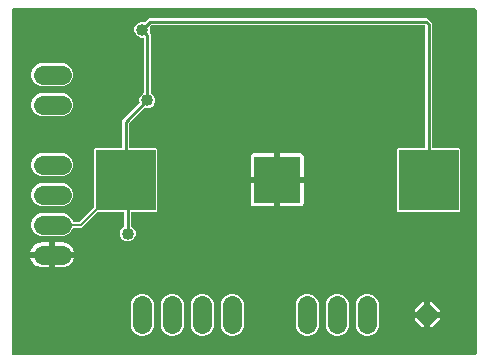
<source format=gbl>
G04 EAGLE Gerber RS-274X export*
G75*
%MOIN*%
%FSLAX36Y36*%
%LPD*%
%INBottom Copper Layer*%
%IPPOS*%
%AMOC8*
5,1,8,0,0,1.08239X$1,22.5*%
G01*
%ADD10P,0.069273X8X22.500000*%
%ADD11C,0.064000*%
%ADD12R,0.155906X0.155906*%
%ADD13R,0.200000X0.200000*%
%ADD14C,0.040000*%
%ADD15C,0.006000*%
%ADD16C,0.010000*%

G36*
X1560267Y15059D02*
X1560267Y15059D01*
X1560734Y15088D01*
X1560887Y15137D01*
X1561046Y15157D01*
X1561480Y15329D01*
X1561926Y15474D01*
X1562061Y15559D01*
X1562210Y15618D01*
X1562588Y15892D01*
X1562984Y16143D01*
X1563094Y16260D01*
X1563224Y16354D01*
X1563522Y16714D01*
X1563843Y17055D01*
X1563920Y17195D01*
X1564022Y17318D01*
X1564222Y17742D01*
X1564448Y18151D01*
X1564488Y18306D01*
X1564556Y18451D01*
X1564644Y18910D01*
X1564762Y19364D01*
X1564777Y19602D01*
X1564792Y19681D01*
X1564787Y19762D01*
X1564802Y20000D01*
X1564802Y1166102D01*
X1564744Y1166567D01*
X1564715Y1167034D01*
X1564666Y1167186D01*
X1564646Y1167345D01*
X1564474Y1167780D01*
X1564329Y1168225D01*
X1564244Y1168361D01*
X1564185Y1168509D01*
X1563911Y1168887D01*
X1563660Y1169283D01*
X1563543Y1169393D01*
X1563449Y1169523D01*
X1563089Y1169821D01*
X1562748Y1170142D01*
X1562608Y1170219D01*
X1562485Y1170322D01*
X1562062Y1170521D01*
X1561652Y1170747D01*
X1561497Y1170787D01*
X1561352Y1170856D01*
X1560893Y1170944D01*
X1560439Y1171061D01*
X1560201Y1171076D01*
X1560122Y1171091D01*
X1560041Y1171086D01*
X1559803Y1171102D01*
X20000Y1171102D01*
X19536Y1171043D01*
X19069Y1171014D01*
X18916Y1170965D01*
X18757Y1170945D01*
X18323Y1170773D01*
X17877Y1170629D01*
X17742Y1170543D01*
X17593Y1170484D01*
X17215Y1170210D01*
X16819Y1169959D01*
X16709Y1169842D01*
X16579Y1169748D01*
X16281Y1169388D01*
X15960Y1169047D01*
X15883Y1168907D01*
X15781Y1168784D01*
X15581Y1168361D01*
X15355Y1167951D01*
X15315Y1167796D01*
X15247Y1167651D01*
X15159Y1167192D01*
X15041Y1166739D01*
X15026Y1166500D01*
X15011Y1166421D01*
X15016Y1166340D01*
X15001Y1166102D01*
X15001Y20000D01*
X15059Y19536D01*
X15088Y19069D01*
X15137Y18916D01*
X15157Y18757D01*
X15329Y18323D01*
X15474Y17877D01*
X15559Y17742D01*
X15618Y17593D01*
X15892Y17215D01*
X16143Y16819D01*
X16260Y16709D01*
X16354Y16579D01*
X16714Y16281D01*
X17055Y15960D01*
X17195Y15883D01*
X17318Y15781D01*
X17742Y15581D01*
X18151Y15355D01*
X18306Y15315D01*
X18451Y15247D01*
X18910Y15159D01*
X19364Y15041D01*
X19602Y15026D01*
X19681Y15011D01*
X19762Y15016D01*
X20000Y15001D01*
X1559803Y15001D01*
X1560267Y15059D01*
G37*
%LPC*%
G36*
X396828Y394499D02*
X396828Y394499D01*
X387272Y398458D01*
X379958Y405772D01*
X375999Y415328D01*
X375999Y425672D01*
X379958Y435228D01*
X387272Y442542D01*
X387913Y442808D01*
X388013Y442865D01*
X388123Y442900D01*
X388557Y443175D01*
X389001Y443428D01*
X389083Y443508D01*
X389181Y443570D01*
X389533Y443943D01*
X389900Y444299D01*
X389961Y444398D01*
X390040Y444482D01*
X390287Y444930D01*
X390555Y445367D01*
X390589Y445477D01*
X390645Y445578D01*
X390773Y446075D01*
X390924Y446564D01*
X390930Y446679D01*
X390959Y446790D01*
X390999Y447427D01*
X390999Y489000D01*
X390941Y489464D01*
X390912Y489931D01*
X390862Y490084D01*
X390842Y490242D01*
X390670Y490677D01*
X390526Y491123D01*
X390440Y491258D01*
X390382Y491407D01*
X390107Y491785D01*
X389857Y492181D01*
X389740Y492291D01*
X389646Y492421D01*
X389286Y492719D01*
X388945Y493040D01*
X388805Y493117D01*
X388681Y493219D01*
X388258Y493419D01*
X387849Y493645D01*
X387694Y493685D01*
X387549Y493753D01*
X387090Y493841D01*
X386636Y493959D01*
X386398Y493974D01*
X386319Y493989D01*
X386238Y493984D01*
X386000Y493999D01*
X303878Y493999D01*
X303492Y493951D01*
X303104Y493939D01*
X302873Y493872D01*
X302635Y493842D01*
X302274Y493700D01*
X301900Y493592D01*
X301694Y493470D01*
X301471Y493382D01*
X301156Y493153D01*
X300821Y492956D01*
X300523Y492694D01*
X300457Y492646D01*
X300426Y492609D01*
X300343Y492535D01*
X248807Y440999D01*
X222744Y440999D01*
X222629Y440985D01*
X222515Y440994D01*
X222010Y440907D01*
X221501Y440842D01*
X221394Y440800D01*
X221281Y440780D01*
X220813Y440570D01*
X220337Y440382D01*
X220243Y440314D01*
X220139Y440267D01*
X219739Y439948D01*
X219323Y439646D01*
X219250Y439557D01*
X219160Y439485D01*
X218851Y439076D01*
X218524Y438681D01*
X218476Y438578D01*
X218406Y438485D01*
X218125Y437913D01*
X214215Y428474D01*
X203525Y417784D01*
X189559Y411999D01*
X110441Y411999D01*
X96474Y417784D01*
X85784Y428474D01*
X79999Y442441D01*
X79999Y457559D01*
X85784Y471525D01*
X96474Y482215D01*
X110441Y488001D01*
X189559Y488001D01*
X203525Y482215D01*
X214215Y471525D01*
X218125Y462087D01*
X218182Y461987D01*
X218218Y461877D01*
X218492Y461443D01*
X218745Y460999D01*
X218825Y460917D01*
X218887Y460819D01*
X219261Y460466D01*
X219617Y460099D01*
X219715Y460039D01*
X219799Y459960D01*
X220247Y459713D01*
X220684Y459445D01*
X220795Y459411D01*
X220895Y459355D01*
X221392Y459226D01*
X221881Y459076D01*
X221996Y459070D01*
X222108Y459041D01*
X222744Y459001D01*
X239280Y459001D01*
X239665Y459049D01*
X240054Y459061D01*
X240284Y459127D01*
X240522Y459157D01*
X240883Y459300D01*
X241257Y459408D01*
X241464Y459530D01*
X241687Y459618D01*
X242001Y459846D01*
X242336Y460044D01*
X242635Y460306D01*
X242700Y460354D01*
X242731Y460391D01*
X242815Y460465D01*
X287614Y505264D01*
X287852Y505571D01*
X288118Y505854D01*
X288234Y506064D01*
X288381Y506253D01*
X288536Y506610D01*
X288724Y506950D01*
X288784Y507183D01*
X288879Y507403D01*
X288940Y507786D01*
X289037Y508163D01*
X289063Y508560D01*
X289075Y508640D01*
X289071Y508688D01*
X289078Y508799D01*
X289078Y702485D01*
X292593Y706001D01*
X379079Y706001D01*
X379543Y706059D01*
X380010Y706088D01*
X380162Y706137D01*
X380321Y706157D01*
X380756Y706329D01*
X381202Y706474D01*
X381337Y706559D01*
X381486Y706618D01*
X381864Y706892D01*
X382260Y707143D01*
X382370Y707260D01*
X382499Y707354D01*
X382797Y707714D01*
X383118Y708055D01*
X383196Y708195D01*
X383298Y708318D01*
X383497Y708742D01*
X383724Y709151D01*
X383764Y709306D01*
X383832Y709451D01*
X383920Y709910D01*
X384037Y710364D01*
X384053Y710602D01*
X384068Y710681D01*
X384063Y710762D01*
X384078Y711000D01*
X384078Y798135D01*
X440181Y854238D01*
X440252Y854330D01*
X440340Y854404D01*
X440634Y854822D01*
X440949Y855228D01*
X440995Y855334D01*
X441061Y855428D01*
X441243Y855907D01*
X441447Y856377D01*
X441465Y856491D01*
X441506Y856599D01*
X441563Y857108D01*
X441643Y857614D01*
X441632Y857729D01*
X441645Y857843D01*
X441574Y858351D01*
X441526Y858861D01*
X441487Y858969D01*
X441471Y859083D01*
X441265Y859687D01*
X440999Y860328D01*
X440999Y870672D01*
X444958Y880228D01*
X452272Y887542D01*
X452913Y887808D01*
X453013Y887865D01*
X453123Y887900D01*
X453557Y888175D01*
X454001Y888428D01*
X454083Y888508D01*
X454181Y888570D01*
X454533Y888943D01*
X454900Y889299D01*
X454961Y889398D01*
X455040Y889482D01*
X455287Y889930D01*
X455555Y890367D01*
X455589Y890477D01*
X455645Y890578D01*
X455773Y891075D01*
X455924Y891564D01*
X455930Y891679D01*
X455959Y891790D01*
X455999Y892427D01*
X455999Y1069000D01*
X455941Y1069464D01*
X455912Y1069931D01*
X455862Y1070084D01*
X455842Y1070242D01*
X455670Y1070677D01*
X455526Y1071123D01*
X455440Y1071258D01*
X455382Y1071407D01*
X455107Y1071785D01*
X454857Y1072181D01*
X454740Y1072291D01*
X454646Y1072421D01*
X454286Y1072719D01*
X453945Y1073040D01*
X453805Y1073117D01*
X453681Y1073219D01*
X453258Y1073419D01*
X452849Y1073645D01*
X452694Y1073685D01*
X452549Y1073753D01*
X452090Y1073841D01*
X451636Y1073959D01*
X451398Y1073974D01*
X451319Y1073989D01*
X451238Y1073984D01*
X451000Y1073999D01*
X444828Y1073999D01*
X435272Y1077958D01*
X427958Y1085272D01*
X423999Y1094828D01*
X423999Y1105172D01*
X427958Y1114728D01*
X435272Y1122042D01*
X444828Y1126001D01*
X455172Y1126001D01*
X455813Y1125735D01*
X455925Y1125704D01*
X456027Y1125652D01*
X456525Y1125540D01*
X457021Y1125404D01*
X457137Y1125402D01*
X457249Y1125377D01*
X457761Y1125392D01*
X458273Y1125384D01*
X458385Y1125411D01*
X458500Y1125415D01*
X458994Y1125557D01*
X459491Y1125676D01*
X459593Y1125730D01*
X459704Y1125762D01*
X460147Y1126023D01*
X460598Y1126262D01*
X460683Y1126339D01*
X460783Y1126398D01*
X461261Y1126819D01*
X472943Y1138501D01*
X1401056Y1138501D01*
X1408965Y1130592D01*
X1415922Y1123635D01*
X1415922Y711000D01*
X1415980Y710536D01*
X1416009Y710069D01*
X1416059Y709916D01*
X1416079Y709757D01*
X1416251Y709323D01*
X1416395Y708877D01*
X1416481Y708742D01*
X1416539Y708593D01*
X1416814Y708215D01*
X1417064Y707819D01*
X1417181Y707709D01*
X1417275Y707579D01*
X1417635Y707281D01*
X1417976Y706960D01*
X1418116Y706883D01*
X1418240Y706781D01*
X1418663Y706581D01*
X1419073Y706355D01*
X1419228Y706315D01*
X1419372Y706247D01*
X1419831Y706159D01*
X1420285Y706041D01*
X1420523Y706026D01*
X1420602Y706011D01*
X1420683Y706016D01*
X1420921Y706001D01*
X1507407Y706001D01*
X1510922Y702485D01*
X1510922Y497514D01*
X1507407Y493999D01*
X1302436Y493999D01*
X1298921Y497514D01*
X1298921Y702485D01*
X1302436Y706001D01*
X1388921Y706001D01*
X1389385Y706059D01*
X1389852Y706088D01*
X1390005Y706137D01*
X1390164Y706157D01*
X1390599Y706329D01*
X1391044Y706474D01*
X1391180Y706559D01*
X1391328Y706618D01*
X1391706Y706892D01*
X1392102Y707143D01*
X1392212Y707260D01*
X1392342Y707354D01*
X1392640Y707714D01*
X1392961Y708055D01*
X1393038Y708195D01*
X1393141Y708318D01*
X1393340Y708742D01*
X1393566Y709151D01*
X1393606Y709306D01*
X1393675Y709451D01*
X1393763Y709910D01*
X1393880Y710364D01*
X1393895Y710602D01*
X1393910Y710681D01*
X1393905Y710762D01*
X1393921Y711000D01*
X1393921Y1111500D01*
X1393862Y1111964D01*
X1393833Y1112431D01*
X1393784Y1112584D01*
X1393764Y1112742D01*
X1393592Y1113177D01*
X1393447Y1113623D01*
X1393362Y1113758D01*
X1393303Y1113907D01*
X1393029Y1114285D01*
X1392778Y1114681D01*
X1392661Y1114791D01*
X1392567Y1114921D01*
X1392207Y1115219D01*
X1391866Y1115540D01*
X1391726Y1115617D01*
X1391603Y1115719D01*
X1391180Y1115919D01*
X1390770Y1116145D01*
X1390615Y1116185D01*
X1390470Y1116253D01*
X1390011Y1116341D01*
X1389557Y1116459D01*
X1389319Y1116474D01*
X1389240Y1116489D01*
X1389159Y1116484D01*
X1388921Y1116499D01*
X484127Y1116499D01*
X483742Y1116451D01*
X483353Y1116439D01*
X483123Y1116372D01*
X482885Y1116342D01*
X482524Y1116199D01*
X482150Y1116092D01*
X481943Y1115970D01*
X481720Y1115882D01*
X481406Y1115654D01*
X481071Y1115456D01*
X480773Y1115194D01*
X480707Y1115146D01*
X480676Y1115108D01*
X480592Y1115035D01*
X476819Y1111261D01*
X476748Y1111170D01*
X476660Y1111096D01*
X476366Y1110678D01*
X476051Y1110272D01*
X476005Y1110166D01*
X475939Y1110072D01*
X475757Y1109594D01*
X475553Y1109123D01*
X475535Y1109009D01*
X475494Y1108901D01*
X475437Y1108392D01*
X475357Y1107886D01*
X475368Y1107771D01*
X475355Y1107657D01*
X475426Y1107149D01*
X475474Y1106639D01*
X475513Y1106531D01*
X475529Y1106416D01*
X475735Y1105813D01*
X476001Y1105172D01*
X476001Y1094828D01*
X475735Y1094187D01*
X475704Y1094075D01*
X475652Y1093973D01*
X475540Y1093475D01*
X475404Y1092979D01*
X475402Y1092863D01*
X475377Y1092751D01*
X475392Y1092239D01*
X475384Y1091727D01*
X475411Y1091615D01*
X475415Y1091499D01*
X475557Y1091007D01*
X475676Y1090509D01*
X475730Y1090407D01*
X475762Y1090296D01*
X476022Y1089854D01*
X476262Y1089402D01*
X476339Y1089317D01*
X476398Y1089217D01*
X476819Y1088738D01*
X478001Y1087556D01*
X478001Y892427D01*
X478015Y892312D01*
X478006Y892197D01*
X478093Y891692D01*
X478157Y891184D01*
X478200Y891077D01*
X478219Y890963D01*
X478430Y890495D01*
X478618Y890020D01*
X478686Y889927D01*
X478733Y889821D01*
X479053Y889420D01*
X479354Y889006D01*
X479443Y888932D01*
X479515Y888843D01*
X479923Y888534D01*
X480318Y888207D01*
X480423Y888158D01*
X480515Y888089D01*
X481087Y887808D01*
X481728Y887542D01*
X489042Y880228D01*
X493001Y870672D01*
X493001Y860328D01*
X489042Y850772D01*
X481728Y843458D01*
X472172Y839499D01*
X461828Y839499D01*
X461187Y839765D01*
X461076Y839796D01*
X460973Y839848D01*
X460474Y839960D01*
X459979Y840096D01*
X459863Y840097D01*
X459751Y840123D01*
X459239Y840107D01*
X458727Y840116D01*
X458615Y840089D01*
X458499Y840085D01*
X458006Y839943D01*
X457509Y839824D01*
X457407Y839770D01*
X457296Y839738D01*
X456854Y839477D01*
X456402Y839238D01*
X456317Y839161D01*
X456217Y839102D01*
X455738Y838681D01*
X407544Y790486D01*
X407305Y790179D01*
X407039Y789896D01*
X406923Y789686D01*
X406776Y789497D01*
X406621Y789140D01*
X406434Y788800D01*
X406374Y788568D01*
X406278Y788348D01*
X406217Y787964D01*
X406120Y787587D01*
X406095Y787191D01*
X406082Y787111D01*
X406086Y787063D01*
X406079Y786951D01*
X406079Y711000D01*
X406138Y710536D01*
X406167Y710069D01*
X406216Y709916D01*
X406236Y709757D01*
X406408Y709323D01*
X406552Y708877D01*
X406638Y708742D01*
X406697Y708593D01*
X406971Y708215D01*
X407222Y707819D01*
X407339Y707709D01*
X407433Y707579D01*
X407793Y707281D01*
X408134Y706960D01*
X408274Y706883D01*
X408397Y706781D01*
X408820Y706581D01*
X409230Y706355D01*
X409385Y706315D01*
X409530Y706247D01*
X409989Y706159D01*
X410442Y706041D01*
X410681Y706026D01*
X410760Y706011D01*
X410841Y706016D01*
X411079Y706001D01*
X497564Y706001D01*
X501079Y702485D01*
X501079Y497514D01*
X497564Y493999D01*
X418000Y493999D01*
X417536Y493941D01*
X417069Y493912D01*
X416916Y493862D01*
X416757Y493842D01*
X416323Y493670D01*
X415877Y493526D01*
X415742Y493440D01*
X415593Y493382D01*
X415215Y493107D01*
X414819Y492857D01*
X414709Y492740D01*
X414579Y492646D01*
X414281Y492286D01*
X413960Y491945D01*
X413883Y491805D01*
X413781Y491681D01*
X413581Y491258D01*
X413355Y490849D01*
X413315Y490694D01*
X413247Y490549D01*
X413159Y490090D01*
X413041Y489636D01*
X413026Y489398D01*
X413011Y489319D01*
X413016Y489238D01*
X413001Y489000D01*
X413001Y447427D01*
X413015Y447312D01*
X413006Y447197D01*
X413093Y446692D01*
X413157Y446184D01*
X413200Y446077D01*
X413219Y445963D01*
X413430Y445495D01*
X413618Y445020D01*
X413686Y444927D01*
X413733Y444821D01*
X414053Y444420D01*
X414354Y444006D01*
X414443Y443932D01*
X414515Y443843D01*
X414923Y443534D01*
X415318Y443207D01*
X415423Y443158D01*
X415515Y443089D01*
X416087Y442808D01*
X416728Y442542D01*
X424042Y435228D01*
X428001Y425672D01*
X428001Y415328D01*
X424042Y405772D01*
X416728Y398458D01*
X407172Y394499D01*
X396828Y394499D01*
G37*
%LPD*%
%LPC*%
G36*
X110441Y911999D02*
X110441Y911999D01*
X96474Y917784D01*
X85784Y928474D01*
X79999Y942441D01*
X79999Y957559D01*
X85784Y971525D01*
X96474Y982215D01*
X110441Y988001D01*
X189559Y988001D01*
X203525Y982215D01*
X214215Y971525D01*
X220001Y957559D01*
X220001Y942441D01*
X214215Y928474D01*
X203525Y917784D01*
X189559Y911999D01*
X110441Y911999D01*
G37*
%LPD*%
%LPC*%
G36*
X110441Y811999D02*
X110441Y811999D01*
X96474Y817784D01*
X85784Y828474D01*
X79999Y842441D01*
X79999Y857559D01*
X85784Y871525D01*
X96474Y882215D01*
X110441Y888001D01*
X189559Y888001D01*
X203525Y882215D01*
X214215Y871525D01*
X220001Y857559D01*
X220001Y842441D01*
X214215Y828474D01*
X203525Y817784D01*
X189559Y811999D01*
X110441Y811999D01*
G37*
%LPD*%
%LPC*%
G36*
X110441Y611999D02*
X110441Y611999D01*
X96474Y617784D01*
X85784Y628474D01*
X79999Y642441D01*
X79999Y657559D01*
X85784Y671525D01*
X96474Y682215D01*
X110441Y688001D01*
X189559Y688001D01*
X203525Y682215D01*
X214215Y671525D01*
X220001Y657559D01*
X220001Y642441D01*
X214215Y628474D01*
X203525Y617784D01*
X189559Y611999D01*
X110441Y611999D01*
G37*
%LPD*%
%LPC*%
G36*
X110441Y511999D02*
X110441Y511999D01*
X96474Y517784D01*
X85784Y528474D01*
X79999Y542441D01*
X79999Y557559D01*
X85784Y571525D01*
X96474Y582215D01*
X110441Y588001D01*
X189559Y588001D01*
X203525Y582215D01*
X214215Y571525D01*
X220001Y557559D01*
X220001Y542441D01*
X214215Y528474D01*
X203525Y517784D01*
X189559Y511999D01*
X110441Y511999D01*
G37*
%LPD*%
%LPC*%
G36*
X1192441Y79999D02*
X1192441Y79999D01*
X1178474Y85784D01*
X1167784Y96474D01*
X1161999Y110441D01*
X1161999Y189559D01*
X1167784Y203525D01*
X1178474Y214215D01*
X1192441Y220001D01*
X1207559Y220001D01*
X1221525Y214215D01*
X1232215Y203525D01*
X1238001Y189559D01*
X1238001Y110441D01*
X1232215Y96474D01*
X1221525Y85784D01*
X1207559Y79999D01*
X1192441Y79999D01*
G37*
%LPD*%
%LPC*%
G36*
X1092441Y79999D02*
X1092441Y79999D01*
X1078474Y85784D01*
X1067784Y96474D01*
X1061999Y110441D01*
X1061999Y189559D01*
X1067784Y203525D01*
X1078474Y214215D01*
X1092441Y220001D01*
X1107559Y220001D01*
X1121525Y214215D01*
X1132215Y203525D01*
X1138001Y189559D01*
X1138001Y110441D01*
X1132215Y96474D01*
X1121525Y85784D01*
X1107559Y79999D01*
X1092441Y79999D01*
G37*
%LPD*%
%LPC*%
G36*
X992441Y79999D02*
X992441Y79999D01*
X978474Y85784D01*
X967784Y96474D01*
X961999Y110441D01*
X961999Y189559D01*
X967784Y203525D01*
X978474Y214215D01*
X992441Y220001D01*
X1007559Y220001D01*
X1021525Y214215D01*
X1032215Y203525D01*
X1038001Y189559D01*
X1038001Y110441D01*
X1032215Y96474D01*
X1021525Y85784D01*
X1007559Y79999D01*
X992441Y79999D01*
G37*
%LPD*%
%LPC*%
G36*
X742441Y79999D02*
X742441Y79999D01*
X728474Y85784D01*
X717784Y96474D01*
X711999Y110441D01*
X711999Y189559D01*
X717784Y203525D01*
X728474Y214215D01*
X742441Y220001D01*
X757559Y220001D01*
X771525Y214215D01*
X782215Y203525D01*
X788001Y189559D01*
X788001Y110441D01*
X782215Y96474D01*
X771525Y85784D01*
X757559Y79999D01*
X742441Y79999D01*
G37*
%LPD*%
%LPC*%
G36*
X642441Y79999D02*
X642441Y79999D01*
X628474Y85784D01*
X617784Y96474D01*
X611999Y110441D01*
X611999Y189559D01*
X617784Y203525D01*
X628474Y214215D01*
X642441Y220001D01*
X657559Y220001D01*
X671525Y214215D01*
X682215Y203525D01*
X688001Y189559D01*
X688001Y110441D01*
X682215Y96474D01*
X671525Y85784D01*
X657559Y79999D01*
X642441Y79999D01*
G37*
%LPD*%
%LPC*%
G36*
X542441Y79999D02*
X542441Y79999D01*
X528474Y85784D01*
X517784Y96474D01*
X511999Y110441D01*
X511999Y189559D01*
X517784Y203525D01*
X528474Y214215D01*
X542441Y220001D01*
X557559Y220001D01*
X571525Y214215D01*
X582215Y203525D01*
X588001Y189559D01*
X588001Y110441D01*
X582215Y96474D01*
X571525Y85784D01*
X557559Y79999D01*
X542441Y79999D01*
G37*
%LPD*%
%LPC*%
G36*
X442441Y79999D02*
X442441Y79999D01*
X428474Y85784D01*
X417784Y96474D01*
X411999Y110441D01*
X411999Y189559D01*
X417784Y203525D01*
X428474Y214215D01*
X442441Y220001D01*
X457559Y220001D01*
X471525Y214215D01*
X482215Y203525D01*
X488001Y189559D01*
X488001Y110441D01*
X482215Y96474D01*
X471525Y85784D01*
X457559Y79999D01*
X442441Y79999D01*
G37*
%LPD*%
%LPC*%
G36*
X909999Y609999D02*
X909999Y609999D01*
X909999Y687953D01*
X979270Y687953D01*
X981813Y687272D01*
X984093Y685955D01*
X985955Y684093D01*
X987272Y681813D01*
X987953Y679270D01*
X987953Y609999D01*
X909999Y609999D01*
G37*
%LPD*%
%LPC*%
G36*
X812046Y609999D02*
X812046Y609999D01*
X812047Y679270D01*
X812728Y681813D01*
X814045Y684093D01*
X815907Y685955D01*
X818187Y687272D01*
X820730Y687953D01*
X890001Y687953D01*
X890001Y609999D01*
X812046Y609999D01*
G37*
%LPD*%
%LPC*%
G36*
X909999Y512047D02*
X909999Y512047D01*
X909999Y590001D01*
X987953Y590001D01*
X987953Y520730D01*
X987272Y518187D01*
X985955Y515907D01*
X984093Y514045D01*
X981813Y512728D01*
X979270Y512047D01*
X909999Y512047D01*
G37*
%LPD*%
%LPC*%
G36*
X820730Y512047D02*
X820730Y512047D01*
X818187Y512728D01*
X815907Y514045D01*
X814045Y515907D01*
X812728Y518187D01*
X812047Y520730D01*
X812047Y590001D01*
X890001Y590001D01*
X890001Y512046D01*
X820730Y512047D01*
G37*
%LPD*%
%LPC*%
G36*
X159999Y359999D02*
X159999Y359999D01*
X159999Y392001D01*
X185305Y392001D01*
X191835Y390966D01*
X198123Y388923D01*
X204013Y385922D01*
X209361Y382036D01*
X214036Y377361D01*
X217922Y372013D01*
X220923Y366123D01*
X222913Y359999D01*
X159999Y359999D01*
G37*
%LPD*%
%LPC*%
G36*
X77087Y359999D02*
X77087Y359999D01*
X79076Y366123D01*
X82077Y372013D01*
X85963Y377361D01*
X90639Y382036D01*
X95987Y385922D01*
X101877Y388923D01*
X108164Y390966D01*
X114695Y392001D01*
X140001Y392001D01*
X140001Y359999D01*
X77087Y359999D01*
G37*
%LPD*%
%LPC*%
G36*
X159999Y307999D02*
X159999Y307999D01*
X159999Y340001D01*
X222913Y340001D01*
X220923Y333877D01*
X217922Y327987D01*
X214036Y322639D01*
X209361Y317963D01*
X204013Y314077D01*
X198123Y311076D01*
X191835Y309033D01*
X185305Y307999D01*
X159999Y307999D01*
G37*
%LPD*%
%LPC*%
G36*
X114695Y307999D02*
X114695Y307999D01*
X108164Y309033D01*
X101877Y311076D01*
X95987Y314077D01*
X90639Y317963D01*
X85963Y322639D01*
X82077Y327987D01*
X79076Y333877D01*
X77087Y340001D01*
X140001Y340001D01*
X140001Y307999D01*
X114695Y307999D01*
G37*
%LPD*%
%LPC*%
G36*
X1409999Y159999D02*
X1409999Y159999D01*
X1409999Y192001D01*
X1417397Y192001D01*
X1442001Y167397D01*
X1442001Y159999D01*
X1409999Y159999D01*
G37*
%LPD*%
%LPC*%
G36*
X1357999Y159999D02*
X1357999Y159999D01*
X1357999Y167397D01*
X1382603Y192001D01*
X1390001Y192001D01*
X1390001Y159999D01*
X1357999Y159999D01*
G37*
%LPD*%
%LPC*%
G36*
X1409999Y107999D02*
X1409999Y107999D01*
X1409999Y140001D01*
X1442001Y140001D01*
X1442001Y132603D01*
X1417397Y107999D01*
X1409999Y107999D01*
G37*
%LPD*%
%LPC*%
G36*
X1382603Y107999D02*
X1382603Y107999D01*
X1357999Y132603D01*
X1357999Y140001D01*
X1390001Y140001D01*
X1390001Y107999D01*
X1382603Y107999D01*
G37*
%LPD*%
%LPC*%
G36*
X149999Y349999D02*
X149999Y349999D01*
X149999Y350001D01*
X150001Y350001D01*
X150001Y349999D01*
X149999Y349999D01*
G37*
%LPD*%
%LPC*%
G36*
X1399999Y149999D02*
X1399999Y149999D01*
X1399999Y150001D01*
X1400001Y150001D01*
X1400001Y149999D01*
X1399999Y149999D01*
G37*
%LPD*%
%LPC*%
G36*
X899999Y599999D02*
X899999Y599999D01*
X899999Y600001D01*
X900001Y600001D01*
X900001Y599999D01*
X899999Y599999D01*
G37*
%LPD*%
D10*
X1400000Y150000D03*
D11*
X1000000Y118000D02*
X1000000Y182000D01*
X1100000Y182000D02*
X1100000Y118000D01*
X1200000Y118000D02*
X1200000Y182000D01*
X182000Y850000D02*
X118000Y850000D01*
X118000Y950000D02*
X182000Y950000D01*
X450000Y182000D02*
X450000Y118000D01*
X550000Y118000D02*
X550000Y182000D01*
X650000Y182000D02*
X650000Y118000D01*
X750000Y118000D02*
X750000Y182000D01*
X182000Y350000D02*
X118000Y350000D01*
X118000Y450000D02*
X182000Y450000D01*
X182000Y550000D02*
X118000Y550000D01*
X118000Y650000D02*
X182000Y650000D01*
D12*
X900000Y600000D03*
D13*
X395079Y600000D03*
X1404921Y600000D03*
D14*
X1450000Y400000D03*
X1150000Y500000D03*
X850000Y350000D03*
X750000Y850000D03*
X650000Y488567D03*
D15*
X395079Y600000D02*
X386289Y591211D01*
X245079Y450000D01*
X150000Y450000D01*
D14*
X450000Y1100000D03*
D16*
X1404921Y1119079D02*
X1404921Y600000D01*
X1404921Y1119079D02*
X1396500Y1127500D01*
X477500Y1127500D01*
X450000Y1100000D01*
D14*
X467000Y865500D03*
D16*
X467000Y1083000D01*
X450000Y1100000D01*
X395079Y793579D02*
X395079Y600000D01*
X395079Y793579D02*
X467000Y865500D01*
D14*
X402000Y420500D03*
D16*
X402000Y575500D01*
X386289Y591211D01*
M02*

</source>
